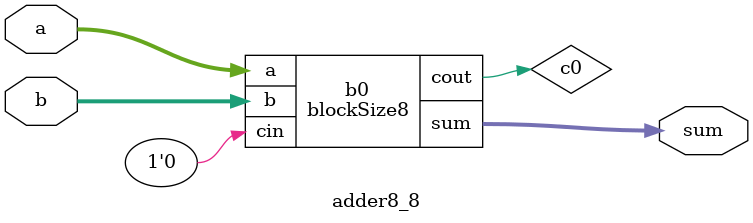
<source format=v>

module fulladder(a,b,cin,sum,cout);
        input a,b,cin;
        output sum,cout;
        assign sum=(a^b)^cin;
        assign cout=(a&b) || (a^b)&cin ;
endmodule

module blockSize8(a,b,cin,sum,cout);
	input [7:0] a,b;
	input cin;
	output [7:0] sum;
	output cout;
	wire x1,x2,x3,x4,x5,x6,x7,x8,y1,y2,y3,y4,y5,y6,y7,y8;
	assign x1 = a[0];
	assign x2 = a[1];
	assign x3 = a[2];
	assign x4 = a[3];
	assign x5 = a[4];
	assign x6 = a[5];
	assign x7 = a[6];
	assign x8 = a[7];
	assign y1 = b[0];
	assign y2 = b[1];
	assign y3 = b[2];
	assign y4 = b[3];
	assign y5 = b[4];
	assign y6 = b[5];
	assign y7 = b[6];
	assign y8 = b[7];
	assign cout =((x8^y8)&&(x7^y7)&&(x6|y6)&& ((x5&y5)||(x4&y4)||(x3&y3)||(x2&y2)||(x1&y1))) || (x6&y6)&&(x7^y7)&&(x8^y8) || (x7&y7)&&(x8^y8) || (x8&&y8);
	wire c[7:0];
	fulladder f0(a[0],b[0],cin,sum[0],c[0]);
	fulladder f1(a[1],b[1],c[0],sum[1],c[1]);
	fulladder f2(a[2],b[2],c[1],sum[2],c[2]);
	fulladder f3(a[3],b[3],c[2],sum[3],c[3]);
	fulladder f4(a[4],b[4],c[3],sum[4],c[4]);
	fulladder f5(a[5],b[5],c[4],sum[5],c[5]);
	fulladder f6(a[6],b[6],c[5],sum[6],c[6]);
	fulladder f7(a[7],b[7],c[6],sum[7],c[7]);
endmodule

module adder8_8(a,b,sum);
	input [7:0]a,b;
	output [7:0] sum;
	wire c0;
	blockSize8 b0(a[7:0],b[7:0],1'b0,sum[7:0],c0);
	//assign sum[8] = c0;
endmodule
</source>
